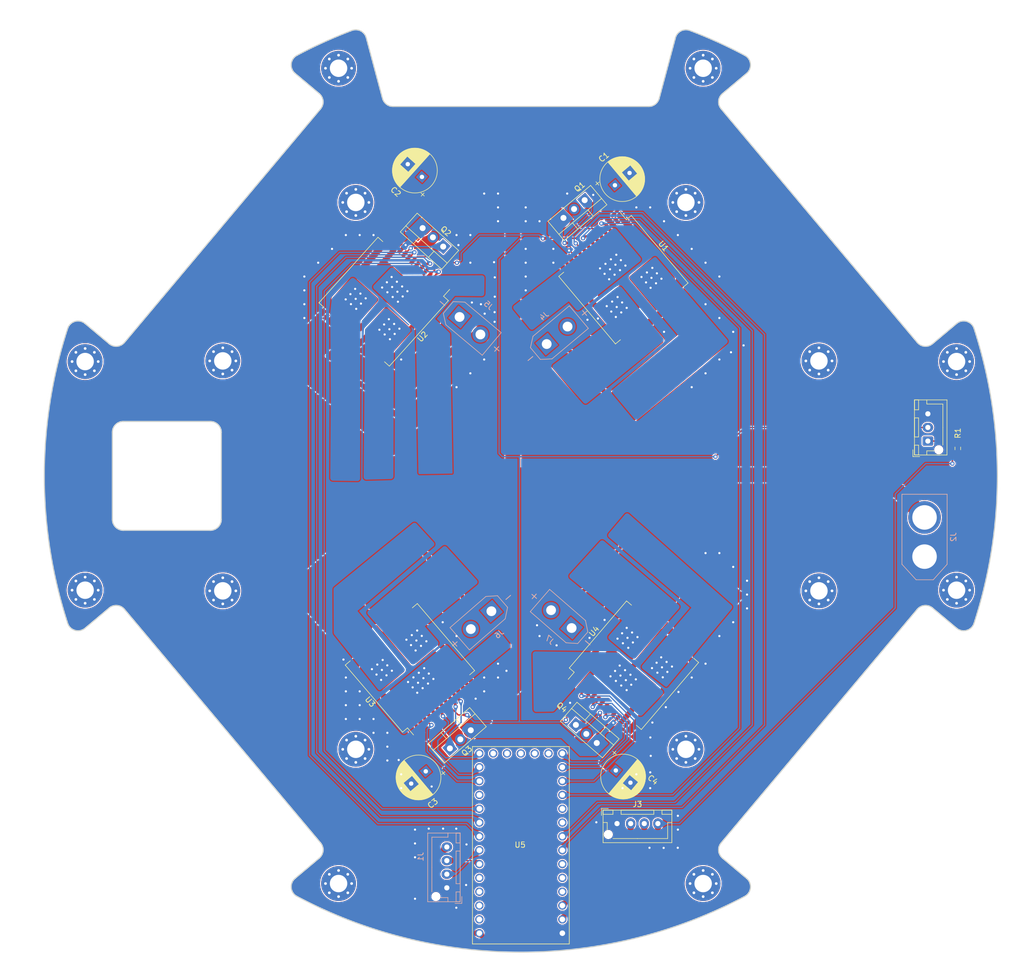
<source format=kicad_pcb>
(kicad_pcb (version 20240108) (generator "pcbnew") (generator_version "8.0")
  (layers (0 "F.Cu" signal) (31 "B.Cu" signal) (34 "B.Paste" user) (35 "F.Paste" user) (36 "B.SilkS" user "B.Silkscreen") (37 "F.SilkS" user "F.Silkscreen") (38 "B.Mask" user) (39 "F.Mask" user) (44 "Edge.Cuts" user))
  (net 0 "")
  (net 1 "GND")
  (net 2 "+5V")
  (net 3 "/TXL1")
  (net 4 "/RXL1")
  (net 5 "+12V")
  (net 6 "/TXL3")
  (net 7 "/RXL3")
  (net 8 "Net-(Q1-D)")
  (net 9 "Net-(J5-Pin_2)")
  (net 10 "Net-(J5-Pin_1)")
  (net 19 "Net-(J4-Pin_1)")
  (net 22 "Net-(J4-Pin_2)")
  (net 30 "Net-(J6-Pin_1)")
  (net 31 "Net-(J6-Pin_2)")
  (net 39 "Net-(J7-Pin_1)")
  (net 43 "Net-(J7-Pin_2)")
  (net 49 "Net-(Q2-D)")
  (net 203 "PWM_1")
  (net 204 "INA_2")
  (net 205 "INB_2")
  (net 206 "PWM_2")
  (net 207 "INA_1")
  (net 208 "INB_1")
  (net 209 "INA_3")
  (net 210 "INB_3")
  (net 211 "PWM_3")
  (net 212 "INA_4")
  (net 213 "INB_4")
  (net 214 "PWM_4")
  (net 215 "Net-(Q3-D)")
  (net 216 "Net-(Q4-D)")
  (net 217 "/Motor Driver/CP2")
  (net 218 "/Motor Driver/CP3")
  (net 219 "/Motor Driver/CP4")
  (net 220 "/Motor Driver/MD")
  (net 222 "/Motor Driver/CP1")
  (net 223 "Net-(SW1-A)")
  (footprint "Package_TO_SOT_THT:TO-220-3_Vertical" (layer "F.Cu") (at 121.485754 51.67732 -140)
    (property "Reference" "Q1")
    (property "Value" "IRF540N")
  )
  (footprint "Board:VNH5019A-E_SO-30" (layer "F.Cu") (at 130.535233 137.110257 49.5)
    (property "Reference" "U4")
    (property "Value" "VNH5019A-E")
  )
  (footprint "Capacitor_THT:CP_Radial_D8.0mm_P3.50mm" (layer "F.Cu") (at 127.208844 156.440243 -40)
    (property "Reference" "C4")
    (property "Value" "680uF")
  )
  (footprint "MountingHole:MountingHole_3.2mm_M3_Pad_Via" (layer "F.Cu") (at 189.771569 123.326868)
    (property "Reference" "H6" (hide yes))
    (property "Value" "MountingHole_Pad")
  )
  (footprint "Package_TO_SOT_THT:TO-220-3_Vertical" (layer "F.Cu") (at 96.74 152.39 41)
    (property "Reference" "Q3")
    (property "Value" "IRF540N")
  )
  (footprint "Package_TO_SOT_THT:TO-220-3_Vertical" (layer "F.Cu") (at 119.873063 148.066811 -41)
    (property "Reference" "Q4")
    (property "Value" "IRF540N")
  )
  (footprint "MountingHole:MountingHole_3.2mm_M3_Pad_Via" (layer "F.Cu") (at 55.043138 81.207)
    (property "Reference" "H15" (hide yes))
    (property "Value" "MountingHole_Pad")
  )
  (footprint "MountingHole:MountingHole_3.2mm_M3_Pad_Via" (layer "F.Cu") (at 164.5 123.446736)
    (property "Reference" "H7" (hide yes))
    (property "Value" "MountingHole_Pad")
  )
  (footprint "Capacitor_THT:CP_Radial_D8.0mm_P3.50mm" (layer "F.Cu") (at 91.610504 47.408154 138)
    (property "Reference" "C2")
    (property "Value" "680uF")
  )
  (footprint "MountingHole:MountingHole_3.2mm_M3_Pad_Via" (layer "F.Cu") (at 29.771569 81.326868)
    (property "Reference" "H14" (hide yes))
    (property "Value" "MountingHole_Pad")
  )
  (footprint "MountingHole:MountingHole_3.2mm_M3_Pad_Via" (layer "F.Cu") (at 164.5 81.207)
    (property "Reference" "H4" (hide yes))
    (property "Value" "MountingHole_Pad")
  )
  (footprint "MountingHole:MountingHole_3.2mm_M3_Pad_Via" (layer "F.Cu") (at 143.241569 177.216868)
    (property "Reference" "H9" (hide yes))
    (property "Value" "MountingHole_Pad")
  )
  (footprint "MountingHole:MountingHole_3.2mm_M3_Pad_Via" (layer "F.Cu") (at 76.301569 177.216868)
    (property "Reference" "H10" (hide yes))
    (property "Value" "MountingHole_Pad")
  )
  (footprint "Board:VNH5019A-E_SO-30" (layer "F.Cu") (at 89.405005 137.59295 130.5)
    (property "Reference" "U3")
    (property "Value" "VNH5019A-E")
  )
  (footprint "MountingHole:MountingHole_3.2mm_M3_Pad_Via" (layer "F.Cu") (at 143.241569 27.446868)
    (property "Reference" "H2" (hide yes))
    (property "Value" "MountingHole_Pad")
  )
  (footprint "MountingHole:MountingHole_3.2mm_M3_Pad_Via" (layer "F.Cu") (at 76.301569 27.446868)
    (property "Reference" "H1" (hide yes))
    (property "Value" "MountingHole_Pad")
  )
  (footprint "Board:VNH5019A-E_SO-30" (layer "F.Cu") (at 128.599685 66.29379 -50)
    (property "Reference" "U1")
    (property "Value" "VNH5019A-E")
  )
  (footprint "Capacitor_THT:CP_Radial_D8.0mm_P3.50mm" (layer "F.Cu") (at 127.044961 48.934877 40)
    (property "Reference" "C1")
    (property "Value" "680uF")
  )
  (footprint "MountingHole:MountingHole_3.2mm_M3_Pad_Via" (layer "F.Cu") (at 140.074071 52.097311)
    (property "Reference" "H3" (hide yes))
    (property "Value" "MountingHole_Pad")
  )
  (footprint "Package_TO_SOT_THT:TO-220-3_Vertical" (layer "F.Cu") (at 95.509367 60.210425 138)
    (property "Reference" "Q2")
    (property "Value" "IRF540N")
  )
  (footprint "MountingHole:MountingHole_3.2mm_M3_Pad_Via" (layer "F.Cu") (at 79.469067 52.097311)
    (property "Reference" "H16" (hide yes))
    (property "Value" "MountingHole_Pad")
  )
  (footprint "Board:VNH5019A-E_SO-30" (layer "F.Cu") (at 84.581039 70.332066 -132)
    (property "Reference" "U2")
    (property "Value" "VNH5019A-E")
  )
  (footprint "Connector_JST:JST_XH_B3B-XH-AM_1x03_P2.50mm_Vertical" (layer "F.Cu") (at 184.5 95.932 90)
    (property "Reference" "SW1" (hide yes))
    (property "Value" "SW_SPDT")
  )
  (footprint "MountingHole:MountingHole_3.2mm_M3_Pad_Via" (layer "F.Cu") (at 140.074071 152.556425)
    (property "Reference" "H8" (hide yes))
    (property "Value" "MountingHole_Pad")
  )
  (footprint "MountingHole:MountingHole_3.2mm_M3_Pad_Via" (layer "F.Cu") (at 189.771569 81.326868)
    (property "Reference" "H5" (hide yes))
    (property "Value" "MountingHole_Pad")
  )
  (footprint "Board:MODULE_DEV-15583" (layer "F.Cu") (at 109.771569 169.826868 180)
    (property "Reference" "U5")
    (property "Value" "DEV-15583")
  )
  (footprint "Capacitor_THT:CP_Radial_D8.0mm_P3.50mm" (layer "F.Cu") (at 92.31504 156.605122 -140)
    (property "Reference" "C3")
    (property "Value" "680uF")
  )
  (footprint "MountingHole:MountingHole_3.2mm_M3_Pad_Via" (layer "F.Cu") (at 79.469067 152.556425)
    (property "Reference" "H11" (hide yes))
    (property "Value" "MountingHole_Pad")
  )
  (footprint "MountingHole:MountingHole_3.2mm_M3_Pad_Via" (layer "F.Cu") (at 29.771569 123.326868)
    (property "Reference" "H13" (hide yes))
    (property "Value" "MountingHole_Pad")
  )
  (footprint "MountingHole:MountingHole_3.2mm_M3_Pad_Via" (layer "F.Cu") (at 55.043138 123.446736)
    (property "Reference" "H12" (hide yes))
    (property "Value" "MountingHole_Pad" (hide yes))
  )
  (footprint "Connector_JST:JST_XH_B4B-XH-AM_1x04_P2.50mm_Vertical" (layer "F.Cu") (at 127.43 166.2)
    (property "Reference" "J3")
    (property "Value" "Conn_01x04")
  )
  (footprint "Resistor_SMD:R_0603_1608Metric_Pad0.98x0.95mm_HandSolder" (layer "F.Cu") (at 190 97.282 -90)
    (property "Reference" "R1")
    (property "Value" "3.3k")
  )
  (footprint "Connector_AMASS:AMASS_XT30UPB-F_1x02_P5.0mm_Vertical" (layer "B.Cu") (at 104.363213 127.189291 -139)
    (property "Reference" "J6")
    (property "Value" "Conn_01x02")
  )
  (footprint "Connector_AMASS:AMASS_XT60-M_1x02_P7.20mm_Vertical" (layer "B.Cu") (at 183.89 117.16 90)
    (property "Reference" "J2")
    (property "Value" "Conn_01x02")
  )
  (footprint "Connector_JST:JST_XH_B4B-XH-AM_1x04_P2.50mm_Vertical" (layer "B.Cu") (at 96.18 178 90)
    (property "Reference" "J1")
    (property "Value" "Conn_01x04")
  )
  (footprint "Connector_AMASS:AMASS_XT30UPB-F_1x02_P5.0mm_Vertical" (layer "B.Cu") (at 119.093547 130.280294 139)
    (property "Reference" "J7")
    (property "Value" "Conn_01x02")
  )
  (footprint "Connector_AMASS:AMASS_XT30UPB-F_1x02_P5.0mm_Vertical" (layer "B.Cu") (at 98.517076 73.135103 -40)
    (property "Reference" "J5")
    (property "Value" "Conn_01x02")
  )
  (footprint "Connector_AMASS:AMASS_XT30UPB-F_1x02_P5.0mm_Vertical" (layer "B.Cu") (at 114.516129 78.111297 40)
    (property "Reference" "J4")
    (property "Value" "Conn_01x02")
  )
  (gr_arc (start 182.541813 126.836919) (mid 183.899583 126.130118) (end 185.359464 126.590423) (stroke (width 0.2)) (layer "Edge.Cuts"))
  (gr_arc (start 52.771569 92.326866) (mid 54.185783 92.912652) (end 54.771569 94.326866) (stroke (width 0.2)) (layer "Edge.Cuts"))
  (gr_arc (start 189.791718 74.344205) (mid 191.628204 73.953684) (end 192.979164 75.257583) (stroke (width 0.2)) (layer "Edge.Cuts"))
  (gr_arc (start 26.563973 75.257583) (mid 27.909575 73.955194) (end 29.742889 74.33705) (stroke (width 0.2)) (layer "Edge.Cuts"))
  (gr_arc (start 26.563973 129.396147) (mid 22.271569 102.326865) (end 26.563973 75.257583) (stroke (width 0.2)) (layer "Edge.Cuts"))
  (gr_arc (start 34.771569 94.326866) (mid 35.357355 92.912652) (end 36.771569 92.326866) (stroke (width 0.2)) (layer "Edge.Cuts"))
  (gr_line (start 185.359464 126.590423) (end 189.791751 130.309553) (stroke (width 0.2)) (layer "Edge.Cuts"))
  (gr_line (start 68.318694 28.381557) (end 72.751014 32.100712) (stroke (width 0.2)) (layer "Edge.Cuts"))
  (gr_line (start 133.236915 34.474316) (end 86.306368 34.474316) (stroke (width 0.2)) (layer "Edge.Cuts"))
  (gr_line (start 138.150889 21.86252) (end 135.168739 32.992056) (stroke (width 0.2)) (layer "Edge.Cuts"))
  (gr_arc (start 34.183708 126.590394) (mid 35.648143 126.130504) (end 37.007215 126.84394) (stroke (width 0.2)) (layer "Edge.Cuts"))
  (gr_arc (start 36.771568 112.326866) (mid 35.357355 111.741079) (end 34.771568 110.326866) (stroke (width 0.2)) (layer "Edge.Cuts"))
  (gr_arc (start 72.997392 169.735362) (mid 73.457725 171.19528) (end 72.750872 172.553088) (stroke (width 0.2)) (layer "Edge.Cuts"))
  (gr_arc (start 68.318694 28.381557) (mid 67.615186 26.640773) (end 68.664682 25.083913) (stroke (width 0.2)) (layer "Edge.Cuts"))
  (gr_line (start 52.771569 112.326866) (end 36.771568 112.326866) (stroke (width 0.2)) (layer "Edge.Cuts"))
  (gr_arc (start 192.979164 75.257583) (mid 197.271569 102.326865) (end 192.979164 129.396147) (stroke (width 0.2)) (layer "Edge.Cuts"))
  (gr_arc (start 150.878456 25.083913) (mid 151.927952 26.640773) (end 151.224444 28.381557) (stroke (width 0.2)) (layer "Edge.Cuts"))
  (gr_arc (start 37.001323 77.816813) (mid 35.643555 78.523613) (end 34.183674 78.063311) (stroke (width 0.2)) (layer "Edge.Cuts"))
  (gr_arc (start 135.168739 32.992056) (mid 134.454416 34.061071) (end 133.236915 34.474316) (stroke (width 0.2)) (layer "Edge.Cuts"))
  (gr_arc (start 146.545727 34.918347) (mid 146.085414 33.458419) (end 146.79225 32.100606) (stroke (width 0.2)) (layer "Edge.Cuts"))
  (gr_line (start 72.750897 172.553117) (end 68.318694 176.272177) (stroke (width 0.2)) (layer "Edge.Cuts"))
  (gr_line (start 34.183674 78.063311) (end 29.742889 74.33705) (stroke (width 0.2)) (layer "Edge.Cuts"))
  (gr_line (start 189.791718 74.344205) (end 185.35943 78.063338) (stroke (width 0.2)) (layer "Edge.Cuts"))
  (gr_arc (start 86.306368 34.474316) (mid 85.088727 34.061022) (end 84.374372 32.991844) (stroke (width 0.2)) (layer "Edge.Cuts"))
  (gr_arc (start 140.791785 20.510022) (mid 145.90756 22.637219) (end 150.878456 25.083913) (stroke (width 0.2)) (layer "Edge.Cuts"))
  (gr_line (start 29.75142 130.309526) (end 34.183708 126.590394) (stroke (width 0.2)) (layer "Edge.Cuts"))
  (gr_line (start 146.554885 169.72447) (end 182.541813 126.836919) (stroke (width 0.2)) (layer "Edge.Cuts"))
  (gr_arc (start 68.664682 25.083913) (mid 73.635578 22.637218) (end 78.751353 20.510022) (stroke (width 0.2)) (layer "Edge.Cuts"))
  (gr_arc (start 151.224444 176.272177) (mid 151.92795 178.01296) (end 150.878456 179.569821) (stroke (width 0.2)) (layer "Edge.Cuts"))
  (gr_arc (start 78.751353 20.510022) (mid 80.369695 20.598799) (end 81.390879 21.857409) (stroke (width 0.2)) (layer "Edge.Cuts"))
  (gr_arc (start 138.150889 21.86252) (mid 139.17109 20.600009) (end 140.791785 20.510022) (stroke (width 0.2)) (layer "Edge.Cuts"))
  (gr_line (start 72.987353 34.930334) (end 37.001323 77.816813) (stroke (width 0.2)) (layer "Edge.Cuts"))
  (gr_arc (start 150.878456 179.569821) (mid 109.771569 189.826867) (end 68.664682 179.569821) (stroke (width 0.2)) (layer "Edge.Cuts"))
  (gr_arc (start 72.751014 32.100712) (mid 73.458448 33.466304) (end 72.987353 34.930334) (stroke (width 0.2)) (layer "Edge.Cuts"))
  (gr_line (start 151.224444 176.272177) (end 146.792183 172.553068) (stroke (width 0.2)) (layer "Edge.Cuts"))
  (gr_arc (start 192.979164 129.396147) (mid 191.628243 130.700067) (end 189.791751 130.309553) (stroke (width 0.2)) (layer "Edge.Cuts"))
  (gr_line (start 34.771568 110.326866) (end 34.771569 94.326866) (stroke (width 0.2)) (layer "Edge.Cuts"))
  (gr_line (start 146.79225 32.100606) (end 151.224444 28.381557) (stroke (width 0.2)) (layer "Edge.Cuts"))
  (gr_line (start 84.374343 32.991851) (end 81.390879 21.857409) (stroke (width 0.2)) (layer "Edge.Cuts"))
  (gr_arc (start 29.75142 130.309526) (mid 27.914933 130.700047) (end 26.563973 129.396147) (stroke (width 0.2)) (layer "Edge.Cuts"))
  (gr_line (start 36.771569 92.326866) (end 52.771569 92.326866) (stroke (width 0.2)) (layer "Edge.Cuts"))
  (gr_arc (start 185.35943 78.063338) (mid 183.894782 78.52321) (end 182.535649 77.809466) (stroke (width 0.2)) (layer "Edge.Cuts"))
  (gr_line (start 54.771569 94.326866) (end 54.771569 110.326866) (stroke (width 0.2)) (layer "Edge.Cuts"))
  (gr_line (start 182.535649 77.809466) (end 146.545727 34.918347) (stroke (width 0.2)) (layer "Edge.Cuts"))
  (gr_arc (start 146.792183 172.553068) (mid 146.084788 171.188163) (end 146.554885 169.72447) (stroke (width 0.2)) (layer "Edge.Cuts"))
  (gr_line (start 37.007215 126.84394) (end 72.997392 169.735362) (stroke (width 0.2)) (layer "Edge.Cuts"))
  (gr_arc (start 68.664682 179.569821) (mid 67.615184 178.012961) (end 68.318694 176.272177) (stroke (width 0.2)) (layer "Edge.Cuts"))
  (gr_arc (start 54.771569 110.326866) (mid 54.185783 111.74108) (end 52.771569 112.326866) (stroke (width 0.2)) (layer "Edge.Cuts"))
  (via (at 136.39 144.82) (size 0.8) (drill 0.4) (layers "F.Cu" "B.Cu") (net 1))
  (via (at 93.39 159.39) (size 0.8) (drill 0.4) (layers "F.Cu" "B.Cu") (net 1))
  (via (at 150.665 78.36) (size 0.8) (drill 0.4) (layers "F.Cu" "B.Cu") (net 1))
  (via (at 123.06 50.71) (size 0.8) (drill 0.4) (layers "F.Cu" "B.Cu") (net 1))
  (via (at 80.18 144.45) (size 0.8) (drill 0.4) (layers "F.Cu" "B.Cu") (net 1))
  (via (at 103.04 141.91) (size 0.8) (drill 0.4) (layers "F.Cu" "B.Cu") (net 1))
  (via (at 95.42 129.21) (size 0.8) (drill 0.4) (layers "F.Cu" "B.Cu") (net 1))
  (via (at 105.58 136.83) (size 0.8) (drill 0.4) (layers "F.Cu" "B.Cu") (net 1))
  (via (at 80.18 141.91) (size 0.8) (drill 0.4) (layers "F.Cu" "B.Cu") (net 1))
  (via (at 77.64 139.37) (size 0.8) (drill 0.4) (layers "F.Cu" "B.Cu") (net 1))
  (via (at 82.72 149.53) (size 0.8) (drill 0.4) (layers "F.Cu" "B.Cu") (net 1))
  (via (at 77.64 141.91) (size 0.8) (drill 0.4) (layers "F.Cu" "B.Cu") (net 1))
  (via (at 133.55 150.38) (size 0.8) (drill 0.4) (layers "F.Cu" "B.Cu") (net 1))
  (via (at 82.72 58.09) (size 0.8) (drill 0.4) (layers "F.Cu" "B.Cu") (net 1))
  (via (at 141.14 60.63) (size 0.8) (drill 0.4) (layers "F.Cu" "B.Cu") (net 1))
  (via (at 110.66 55.55) (size 0.8) (drill 0.4) (layers "F.Cu" "B.Cu") (net 1))
  (via (at 70.02 73.33) (size 0.8) (drill 0.4) (layers "F.Cu" "B.Cu") (net 1))
  (via (at 143.68 63.17) (size 0.8) (drill 0.4) (layers "F.Cu" "B.Cu") (net 1))
  (via (at 103.13 72.53) (size 0.8) (drill 0.4) (layers "F.Cu" "B.Cu") (net 1))
  (via (at 80.18 146.99) (size 0.8) (drill 0.4) (layers "F.Cu" "B.Cu") (net 1))
  (via (at 103.04 80.95) (size 0.8) (drill 0.4) (layers "F.Cu" "B.Cu") (net 1))
  (via (at 104.85 63.07) (size 0.8) (drill 0.4) (layers "F.Cu" "B.Cu") (net 1))
  (via (at 141.14 139.37) (size 0.8) (drill 0.4) (layers "F.Cu" "B.Cu") (net 1))
  (via (at 130.98 157.15) (size 0.8) (drill 0.4) (layers "F.Cu" "B.Cu") (net 1))
  (via (at 146.22 73.33) (size 0.8) (drill 0.4) (layers "F.Cu" "B.Cu") (net 1))
  (via (at 133.62 153.76) (size 0.8) (drill 0.4) (layers "F.Cu" "B.Cu") (net 1))
  (via (at 70.02 68.25) (size 0.8) (drill 0.4) (layers "F.Cu" "B.Cu") (net 1))
  (via (at 125.14 128.79) (size 0.8) (drill 0.4) (layers "F.Cu" "B.Cu") (net 1))
  (via (at 90.34 169.85) (size 0.8) (drill 0.4) (layers "F.Cu" "B.Cu") (net 1))
  (via (at 133.92 147.64) (size 0.8) (drill 0.4) (layers "F.Cu" "B.Cu") (net 1))
  (via (at 146.22 131.75) (size 0.8) (drill 0.4) (layers "F.Cu" "B.Cu") (net 1))
  (via (at 70.02 65.71) (size 0.8) (drill 0.4) (layers "F.Cu" "B.Cu") (net 1))
  (via (at 148.35 79.62) (size 0.8) (drill 0.4) (layers "F.Cu" "B.Cu") (net 1))
  (via (at 151.3 124.13) (size 0.8) (drill 0.4) (layers "F.Cu" "B.Cu") (net 1))
  (via (at 97.91 167.14) (size 0.8) (drill 0.4) (layers "F.Cu" "B.Cu") (net 1))
  (via (at 133.53 156.79) (size 0.8) (drill 0.4) (layers "F.Cu" "B.Cu") (net 1))
  (via (at 97.96 58.09) (size 0.8) (drill 0.4) (layers "F.Cu" "B.Cu") (net 1))
  (via (at 97.92 181.66) (size 0.8) (drill 0.4) (layers "F.Cu" "B.Cu") (net 1))
  (via (at 133.52 53.01) (size 0.8) (drill 0.4) (layers "F.Cu" "B.Cu") (net 1))
  (via (at 99.72 177.48) (size 0.8) (drill 0.4) (layers "F.Cu" "B.Cu") (net 1))
  (via (at 138.6 164.77) (size 0.8) (drill 0.4) (layers "F.Cu" "B.Cu") (net 1))
  (via (at 110.66 65.71) (size 0.8) (drill 0.4) (layers "F.Cu" "B.Cu") (net 1))
  (via (at 87.8 159.69) (size 0.8) (drill 0.4) (layers "F.Cu" "B.Cu") (net 1))
  (via (at 141.14 86.03) (size 0.8) (drill 0.4) (layers "F.Cu" "B.Cu") (net 1))
  (via (at 138.58 170.65) (size 0.8) (drill 0.4) (layers "F.Cu" "B.Cu") (net 1))
  (via (at 77.2 136.07) (size 0.8) (drill 0.4) (layers "F.Cu" "B.Cu") (net 1))
  (via (at 143.68 116.51) (size 0.8) (drill 0.4) (layers "F.Cu" "B.Cu") (net 1))
  (via (at 103.04 139.37) (size 0.8) (drill 0.4) (layers "F.Cu" "B.Cu") (net 1))
  (via (at 138.71 142.02) (size 0.8) (drill 0.4) (layers "F.Cu" "B.Cu") (net 1))
  (via (at 151.3 126.67) (size 0.8) (drill 0.4) (layers "F.Cu" "B.Cu") (net 1))
  (via (at 100.78 70.48) (size 0.8) (drill 0.4) (layers "F.Cu" "B.Cu") (net 1))
  (via (at 105.58 50.47) (size 0.8) (drill 0.4) (layers "F.Cu" "B.Cu") (net 1))
  (via (at 113.2 55.55) (size 0.8) (drill 0.4) (layers "F.Cu" "B.Cu") (net 1))
  (via (at 115.74 63.17) (size 0.8) (drill 0.4) (layers "F.Cu" "B.Cu") (net 1))
  (via (at 87.34 154.52) (size 0.8) (drill 0.4) (layers "F.Cu" "B.Cu") (net 1))
  (via (at 100.5 58.09) (size 0.8) (drill 0.4) (layers "F.Cu" "B.Cu") (net 1))
  (via (at 77.64 144.45) (size 0.8) (drill 0.4) (layers "F.Cu" "B.Cu") (net 1))
  (via (at 133.39 170.65) (size 0.8) (drill 0.4) (layers "F.Cu" "B.Cu") (net 1))
  (via (at 87.8 80.95) (size 0.8) (drill 0.4) (layers "F.Cu" "B.Cu") (net 1))
  (via (at 87.8 157.15) (size 0.8) (drill 0.4) (layers "F.Cu" "B.Cu") (net 1))
  (via (at 110.66 60.63) (size 0.8) (drill 0.4) (layers "F.Cu" "B.Cu") (net 1))
  (via (at 100.5 63.17) (size 0.8) (drill 0.4) (layers "F.Cu" "B.Cu") (net 1))
  (via (at 138.6 58.09) (size 0.8) (drill 0.4) (layers "F.Cu" "B.Cu") (net 1))
  (via (at 92.86 167.13) (size 0.8) (drill 0.4) (layers "F.Cu" "B.Cu") (net 1))
  (via (at 143.68 83.49) (size 0.8) (drill 0.4) (layers "F.Cu" "B.Cu") (net 1))
  (via (at 72.56 63.17) (size 0.8) (drill 0.4) (layers "F.Cu" "B.Cu") (net 1))
  (via (at 102.44 70.8) (size 0.8) (drill 0.4) (layers "F.Cu" "B.Cu") (net 1))
  (via (at 110.66 53.01) (size 0.8) (drill 0.4) (layers "F.Cu" "B.Cu") (net 1))
  (via (at 136.06 75.87) (size 0.8) (drill 0.4) (layers "F.Cu" "B.Cu") (net 1))
  (via (at 107.13 138.14) (size 0.8) (drill 0.4) (layers "F.Cu" "B.Cu") (net 1))
  (via (at 116.33 133.46) (size 0.8) (drill 0.4) (layers "F.Cu" "B.Cu") (net 1))
  (via (at 146.22 65.71) (size 0.8) (drill 0.4) (layers "F.Cu" "B.Cu") (net 1))
  (via (at 75.1 60.63) (size 0.8) (drill 0.4) (layers "F.Cu" "B.Cu") (net 1))
  (via (at 110.66 63.17) (size 0.8) (drill 0.4) (layers "F.Cu" "B.Cu") (net 1))
  (via (at 122 73.65) (size 0.8) (drill 0.4) (layers "F.Cu" "B.Cu") (net 1))
  (via (at 136.06 55.55) (size 0.8) (drill 0.4) (layers "F.Cu" "B.Cu") (net 1))
  (via (at 85.26 149.53) (size 0.8) (drill 0.4) (layers "F.Cu" "B.Cu") (net 1))
  (via (at 104.95 74.03) (size 0.8) (drill 0.4) (layers "F.Cu" "B.Cu") (net 1))
  (via (at 133.52 159.69) (size 0.8) (drill 0.4) (layers "F.Cu" "B.Cu") (net 1))
  (via (at 146.22 80.95) (size 0.8) (drill 0.4) (layers "F.Cu" "B.Cu") (net 1))
  (via (at 115.74 60.63) (size 0.8) (drill 0.4) (layers "F.Cu" "B.Cu") (net 1))
  (via (at 90.34 180.01) (size 0.8) (drill 0.4) (layers "F.Cu" "B.Cu") (net 1))
  (via (at 148.76 119.05) (size 0.8) (drill 0.4) (layers "F.Cu" "B.Cu") (net 1))
  (via (at 123.92 73.42) (size 0.8) (drill 0.4) (layers "F.Cu" "B.Cu") (net 1))
  (via (at 97.96 86.03) (size 0.8) (drill 0.4) (layers "F.Cu" "B.Cu") (net 1))
  (via (at 80.18 58.09) (size 0.8) (drill 0.4) (layers "F.Cu" "B.Cu") (net 1))
  (via (at 90.34 167.31) (size 0.8) (drill 0.4) (layers "F.Cu" "B.Cu") (net 1))
  (via (at 143.68 136.83) (size 0.8) (drill 0.4) (layers "F.Cu" "B.Cu") (net 1))
  (via (at 123.63 165.96) (size 0.8) (drill 0.4) (layers "F.Cu" "B.Cu") (net 1))
  (via (at 82.72 146.99) (size 0.8) (drill 0.4) (layers "F.Cu" "B.Cu") (net 1))
  (via (at 146.22 116.51) (size 0.8) (drill 0.4) (layers "F.Cu" "B.Cu") (net 1))
  (via (at 135.99 170.67) (size 0.8) (drill 0.4) (layers "F.Cu" "B.Cu") (net 1))
  (via (at 77.64 146.99) (size 0.8) (drill 0.4) (layers "F.Cu" "B.Cu") (net 1))
  (via (at 113.2 131.75) (size 0.8) (drill 0.4) (layers "F.Cu" "B.Cu") (net 1))
  (via (at 105.58 139.37) (size 0.8) (drill 0.4) (layers "F.Cu" "B.Cu") (net 1))
  (via (at 112.74 129.77) (size 0.8) (drill 0.4) (layers "F.Cu" "B.Cu") (net 1))
  (via (at 98.31 59.93) (size 0.8) (drill 0.4) (layers "F.Cu" "B.Cu") (net 1))
  (via (at 101.47 143.26) (size 0.8) (drill 0.4) (layers "F.Cu" "B.Cu") (net 1))
  (via (at 90.34 172.39) (size 0.8) (drill 0.4) (layers "F.Cu" "B.Cu") (net 1))
  (via (at 104.95 72.25) (size 0.8) (drill 0.4) (layers "F.Cu" "B.Cu") (net 1))
  (via (at 138.6 167.31) (size 0.8) (drill 0.4) (layers "F.Cu" "B.Cu") (net 1))
  (via (at 85.26 152.07) (size 0.8) (drill 0.4) (layers "F.Cu" "B.Cu") (net 1))
  (via (at 103.04 50.47) (size 0.8) (drill 0.4) (layers "F.Cu" "B.Cu") (net 1))
  (via (at 148.76 75.87) (size 0.8) (drill 0.4) (layers "F.Cu" "B.Cu") (net 1))
  (via (at 85.26 154.61) (size 0.8) (drill 0.4) (layers "F.Cu" "B.Cu") (net 1))
  (via (at 104.98 65.86) (size 0.8) (drill 0.4) (layers "F.Cu" "B.Cu") (net 1))
  (via (at 105.58 53.01) (size 0.8) (drill 0.4) (layers "F.Cu" "B.Cu") (net 1))
  (via (at 151.3 121.59) (size 0.8) (drill 0.4) (layers "F.Cu" "B.Cu") (net 1))
  (via (at 104.98 69.41) (size 0.8) (drill 0.4) (layers "F.Cu" "B.Cu") (net 1))
  (via (at 128.44 159.69) (size 0.8) (drill 0.4) (layers "F.Cu" "B.Cu") (net 1))
  (via (at 143.68 70.79) (size 0.8) (drill 0.4) (layers "F.Cu" "B.Cu") (net 1))
  (via (at 148.76 129.21) (size 0.8) (drill 0.4) (layers "F.Cu" "B.Cu") (net 1))
  (via (at 97.96 131.75) (size 0.8) (drill 0.4) (layers "F.Cu" "B.Cu") (net 1))
  (via (at 110.66 68.25) (size 0.8) (drill 0.4) (layers "F.Cu" "B.Cu") (net 1))
  (via (at 130.98 53.01) (size 0.8) (drill 0.4) (layers "F.Cu" "B.Cu") (net 1))
  (via (at 95.5 167.13) (size 0.8) (drill 0.4) (layers "F.Cu" "B.Cu") (net 1))
  (via (at 105.58 55.55) (size 0.8) (drill 0.4) (layers "F.Cu" "B.Cu") (net 1))
  (via (at 118.81 144.02) (size 0.8) (drill 0.4) (layers "F.Cu" "B.Cu") (net 1))
  (via (at 122.38 132.09) (size 0.8) (drill 0.4) (layers "F.Cu" "B.Cu") (net 1))
  (via (at 99.79 170.03) (size 0.8) (drill 0.4) (layers "F.Cu" "B.Cu") (net 1))
  (via (at 70.02 70.79) (size 0.8) (drill 0.4) (layers "F.Cu" "B.Cu") (net 1))
  (via (at 77.64 58.09) (size 0.8) (drill 0.4) (layers "F.Cu" "B.Cu") (net 1))
  (via (at 100.5 83.49) (size 0.8) (drill 0.4) (layers "F.Cu" "B.Cu") (net 1))
  (via (at 118.28 50.47) (size 0.8) (drill 0.4) (layers "F.Cu" "B.Cu") (net 1))
  (segment (start 134.93 171.14) (end 118.48 187.59) (width 0.25) (layer "F.Cu") (net 2))
  (segment (start 134.93 166.2) (end 134.93 171.14) (width 0.25) (layer "F.Cu") (net 2))
  (segment (start 189 99.1945) (end 190 98.1945) (width 0.25) (layer "F.Cu") (net 2))
  (segment (start 91.06 178.07) (end 99.326868 186.336868) (width 0.25) (layer "F.Cu") (net 2))
  (segment (start 96.18 170.5) (end 91.06 175.62) (width 0.25) (layer "F.Cu") (net 2))
  (segment (start 103.404701 187.59) (end 102.151569 186.336868) (width 0.25) (layer "F.Cu") (net 2))
  (segment (start 118.48 187.59) (end 103.404701 187.59) (width 0.25) (layer "F.Cu") (net 2))
  (segment (start 189 100.076) (end 189 99.1945) (width 0.25) (layer "F.Cu") (net 2))
  (segment (start 91.06 175.62) (end 91.06 178.07) (width 0.25) (layer "F.Cu") (net 2))
  (segment (start 99.326868 186.336868) (end 102.151569 186.336868) (width 0.25) (layer "F.Cu") (net 2))
  (via (at 189 100.076) (size 0.8) (drill 0.4) (layers "F.Cu" "B.Cu") (net 2))
  (segment (start 134.93 166.2) (end 138.9 166.2) (width 0.25) (layer "B.Cu") (net 2))
  (segment (start 138.9 166.2) (end 178.5 126.6) (width 0.25) (layer "B.Cu") (net 2))
  (segment (start 178.5 105.664) (end 184.088 100.076) (width 0.25) (layer "B.Cu") (net 2))
  (segment (start 178.5 126.6) (end 178.5 105.664) (width 0.25) (layer "B.Cu") (net 2))
  (segment (start 184.088 100.076) (end 189 100.076) (width 0.25) (layer "B.Cu") (net 2))
  (segment (start 96.18 175.5) (end 97.748437 175.5) (width 0.25) (layer "B.Cu") (net 3))
  (segment (start 97.748437 175.5) (end 102.151569 171.096868) (width 0.25) (layer "B.Cu") (net 3))
  (segment (start 101.514701 173) (end 102.151569 173.636868) (width 0.25) (layer "F.Cu") (net 4))
  (segment (start 96.18 173) (end 101.514701 173) (width 0.25) (layer "F.Cu") (net 4))
  (segment (start 108.31 102.07) (end 108.31 48.989136) (width 2.75) (layer "F.Cu") (net 5))
  (segment (start 126.74 147.557398) (end 127.650644 146.646754) (width 0.25) (layer "F.Cu") (net 5))
  (segment (start 118.62 60.93) (end 118.725285 60.93) (width 0.25) (layer "F.Cu") (net 5))
  (segment (start 88.615315 59.919649) (end 88.615315 59.973308) (width 0.25) (layer "F.Cu") (net 5))
  (segment (start 108.39 102.15) (end 108.31 102.07) (width 2.75) (layer "F.Cu") (net 5))
  (segment (start 108.31 102.07) (end 109.47 103.23) (width 2.75) (layer "F.Cu") (net 5))
  (segment (start 108.31 48.989136) (end 107.38 48.059136) (width 2.75) (layer "F.Cu") (net 5))
  (segment (start 109.47 103.23) (end 109.47 140.161145) (width 2.75) (layer "F.Cu") (net 5))
  (segment (start 176.08 102.15) (end 108.39 102.15) (width 2.75) (layer "F.Cu") (net 5))
  (segment (start 88.615315 59.973308) (end 87.714276 60.874347) (width 0.25) (layer "F.Cu") (net 5))
  (segment (start 110.2 48.059136) (end 117.316555 55.175691) (width 2.75) (layer "F.Cu") (net 5))
  (segment (start 126.74 147.7) (end 126.74 147.557398) (width 0.25) (layer "F.Cu") (net 5))
  (segment (start 118.725285 60.93) (end 119.67007 61.874785) (width 0.25) (layer "F.Cu") (net 5))
  (segment (start 109.47 140.161145) (end 100.573924 149.057221) (width 2.75) (layer "F.Cu") (net 5))
  (segment (start 183.89 109.96) (end 176.08 102.15) (width 2.75) (layer "F.Cu") (net 5))
  (segment (start 107.38 48.059136) (end 100.486298 48.059136) (width 2.75) (layer "F.Cu") (net 5))
  (segment (start 110.2 48.059136) (end 107.38 48.059136) (width 2.75) (layer "F.Cu") (net 5))
  (segment (start 100.486298 48.059136) (end 91.734193 56.811241) (width 2.75) (layer "F.Cu") (net 5))
  (via (at 126.74 147.7) (size 0.8) (drill 0.4) (layers "F.Cu" "B.Cu") (net 5))
  (via (at 118.62 60.93) (size 0.8) (drill 0.4) (layers "F.Cu" "B.Cu") (net 5))
  (via (at 88.615315 59.919649) (size 0.8) (drill 0.4) (layers "F.Cu" "B.Cu") (net 5))
  (segment (start 129.93 166.2) (end 129.93 168.718437) (width 0.25) (layer "F.Cu") (net 6))
  (segment (start 129.93 168.718437) (end 117.391569 181.256868) (width 0.25) (layer "F.Cu") (net 6))
  (segment (start 117.391569 183.208431) (end 117.391569 183.796868) (width 0.25) (layer "F.Cu") (net 7))
  (segment (start 132.43 168.17) (end 117.391569 183.208431) (width 0.25) (layer "F.Cu") (net 7))
  (segment (start 132.43 166.2) (end 132.43 168.17) (width 0.25) (layer "F.Cu") (net 7))
  (segment (start 121.595872 58.249434) (end 123.08888 58.249434) (width 0.25) (layer "F.Cu") (net 203))
  (segment (start 123.08888 58.249434) (end 123.500293 58.660847) (width 0.25) (layer "F.Cu") (net 203))
  (segment (start 121.185306 58.66) (end 121.595872 58.249434) (width 0.25) (layer "F.Cu") (net 203))
  (via (at 121.185306 58.66) (size 0.8) (drill 0.4) (layers "F.Cu" "B.Cu") (net 203))
  (segment (start 138.06 162.31) (end 152.27 148.1) (width 0.25) (layer "B.Cu") (net 203))
  (segment (start 123.82 162.31) (end 138.06 162.31) (width 0.25) (layer "B.Cu") (net 203))
  (segment (start 117.391569 168.556868) (end 117.573132 168.556868) (width 0.25) (layer "B.Cu") (net 203))
  (segment (start 117.573132 168.556868) (end 123.82 162.31) (width 0.25) (layer "B.Cu") (net 203))
  (segment (start 152.27 148.1) (end 152.27 75.68) (width 0.25) (layer "B.Cu") (net 203))
  (segment (start 124.4 55.07) (end 121.185306 58.284694) (width 0.25) (layer "B.Cu") (net 203))
  (segment (start 121.185306 58.284694) (end 121.185306 58.66) (width 0.25) (layer "B.Cu") (net 203))
  (segment (start 152.27 75.68) (end 131.66 55.07) (width 0.25) (layer "B.Cu") (net 203))
  (segment (start 131.66 55.07) (end 124.4 55.07) (width 0.25) (layer "B.Cu") (net 203))
  (segment (start 93.659435 66.227392) (end 93.659435 65.860565) (width 0.25) (layer "F.Cu") (net 204))
  (segment (start 93.659435 65.860565) (end 94.69 64.83) (width 0.25) (layer "F.Cu") (net 204))
  (via (at 94.69 64.83) (size 0.8) (drill 0.4) (layers "F.Cu" "B.Cu") (net 204))
  (segment (start 102.151569 163.476868) (end 84.316868 163.476868) (width 0.25) (layer "B.Cu") (net 204))
  (segment (start 92.55 64.83) (end 94.69 64.83) (width 0.25) (layer "B.Cu") (net 204))
  (segment (start 84.316868 163.476868) (end 73.66 152.82) (width 0.25) (layer "B.Cu") (net 204))
  (segment (start 78.79 63.29) (end 91.01 63.29) (width 0.25) (layer "B.Cu") (net 204))
  (segment (start 91.01 63.29) (end 92.55 64.83) (width 0.25) (layer "B.Cu") (net 204))
  (segment (start 73.66 68.42) (end 78.79 63.29) (width 0.25) (layer "B.Cu") (net 204))
  (segment (start 73.66 152.82) (end 73.66 68.42) (width 0.25) (layer "B.Cu") (net 204))
  (segment (start 89.267392 62.212608) (end 90.22 61.26) (width 0.25) (layer "F.Cu") (net 205))
  (segment (start 89.200566 62.212608) (end 89.267392 62.212608) (width 0.25) (layer "F.Cu") (net 205))
  (via (at 90.22 61.26) (size 0.8) (drill 0.4) (layers "F.Cu" "B.Cu") (net 205))
  (segment (start 70.97 153.66) (end 70.97 66.76) (width 0.25) (layer "B.Cu") (net 205))
  (segment (start 76.47 61.26) (end 90.22 61.26) (width 0.25) (layer "B.Cu") (net 205))
  (segment (start 99.804701 166.21) (end 83.52 166.21) (width 0.25) (layer "B.Cu") (net 205))
  (segment (start 83.52 166.21) (end 70.97 153.66) (width 0.25) (layer "B.Cu") (net 205))
  (segment (start 70.97 66.76) (end 76.47 61.26) (width 0.25) (layer "B.Cu") (net 205))
  (segment (start 102.151569 168.556868) (end 99.804701 166.21) (width 0.25) (layer "B.Cu") (net 205))
  (segment (start 92.301107 63.348893) (end 93.11838 63.348893) (width 0.25) (layer "F.Cu") (net 206))
  (segment (start 91.43 64.22) (end 92.301107 63.348893) (width 0.25) (layer "F.Cu") (net 206))
  (via (at 93.11838 63.348893) (size 0.8) (drill 0.4) (layers "F.Cu" "B.Cu") (net 206))
  (segment (start 91.939487 62.17) (end 93.11838 63.348893) (width 0.25) (layer "B.Cu") (net 206))
  (segment (start 102.151569 166.016868) (end 101.06 164.925299) (width 0.25) (layer "B.Cu") (net 206))
  (segment (start 72.29 67.54) (end 77.66 62.17) (width 0.25) (layer "B.Cu") (net 206))
  (segment (start 72.29 153.18) (end 72.29 67.54) (width 0.25) (layer "B.Cu") (net 206))
  (segment (start 84.035299 164.925299) (end 72.29 153.18) (width 0.25) (layer "B.Cu") (net 206))
  (segment (start 101.06 164.925299) (end 84.035299 164.925299) (width 0.25) (layer "B.Cu") (net 206))
  (segment (start 77.66 62.17) (end 91.939487 62.17) (width 0.25) (layer "B.Cu") (net 206))
  (segment (start 125.028594 55.962653) (end 125.798426 56.732485) (width 0.25) (layer "F.Cu") (net 207))
  (segment (start 124.552653 55.962653) (end 125.028594 55.962653) (width 0.25) (layer "F.Cu") (net 207))
  (via (at 124.552653 55.962653) (size 0.8) (drill 0.4) (layers "F.Cu" "B.Cu") (net 207))
  (segment (start 137.673132 160.936868) (end 149.94 148.67) (width 0.25) (layer "B.Cu") (net 207))
  (segment (start 130.732653 55.962653) (end 124.552653 55.962653) (width 0.25) (layer "B.Cu") (net 207))
  (segment (start 117.391569 160.936868) (end 137.673132 160.936868) (width 0.25) (layer "B.Cu") (net 207))
  (segment (start 149.94 75.17) (end 130.732653 55.962653) (width 0.25) (layer "B.Cu") (net 207))
  (segment (start 149.94 148.67) (end 149.94 75.17) (width 0.25) (layer "B.Cu") (net 207))
  (segment (start 120.818631 60.589209) (end 121.202158 60.589209) (width 0.25) (layer "F.Cu") (net 208))
  (segment (start 119.839711 59.610289) (end 120.818631 60.589209) (width 0.25) (layer "F.Cu") (net 208))
  (via (at 119.839711 59.610289) (size 0.8) (drill 0.4) (layers "F.Cu" "B.Cu") (net 208))
  (segment (start 154.51 76.33) (end 154.51 148.1) (width 0.25) (layer "B.Cu") (net 208))
  (segment (start 132.13 53.95) (end 154.51 76.33) (width 0.25) (layer "B.Cu") (net 208))
  (segment (start 139.39 163.22) (end 124.63 163.22) (width 0.25) (layer "B.Cu") (net 208))
  (segment (start 119.553198 59.323776) (end 119.553198 58.433198) (width 0.25) (layer "B.Cu") (net 208))
  (segment (start 119.553198 58.433198) (end 124.036396 53.95) (width 0.25) (layer "B.Cu") (net 208))
  (segment (start 119.839711 59.610289) (end 119.553198 59.323776) (width 0.25) (layer "B.Cu") (net 208))
  (segment (start 154.51 148.1) (end 139.39 163.22) (width 0.25) (layer "B.Cu") (net 208))
  (segment (start 124.036396 53.95) (end 132.13 53.95) (width 0.25) (layer "B.Cu") (net 208))
  (segment (start 117.391569 170.458431) (end 117.391569 171.096868) (width 0.25) (layer "B.Cu") (net 208))
  (segment (start 124.63 163.22) (end 117.391569 170.458431) (width 0.25) (layer "B.Cu") (net 208))
  (segment (start 93.260147 148.1) (end 92.289594 147.129447) (width 0.25) (layer "F.Cu") (net 209))
  (segment (start 93.36 148.1) (end 93.260147 148.1) (width 0.25) (layer "F.Cu") (net 209))
  (via (at 93.36 148.1) (size 0.8) (drill 0.4) (layers "F.Cu" "B.Cu") (net 209))
  (segment (start 93.36 148.1) (end 92.58 148.88) (width 0.25) (layer "B.Cu") (net 209))
  (segment (start 92.58 148.88) (end 92.58 152.906792) (width 0.25) (layer "B.Cu") (net 209))
  (segment (start 98.070076 158.396868) (end 102.151569 158.396868) (width 0.25) (layer "B.Cu") (net 209))
  (segment (start 92.58 152.906792) (end 98.070076 158.396868) (width 0.25) (layer "B.Cu") (net 209))
  (segment (start 97.79 144.73) (end 97.79 144.170728) (width 0.25) (layer "F.Cu") (net 210))
  (segment (start 97.79 144.170728) (end 96.852031 143.232759) (width 0.25) (layer "F.Cu") (net 210))
  (via (at 97.79 144.73) (size 0.8) (drill 0.4) (layers "F.Cu" "B.Cu") (net 210))
  (segment (start 97.79 144.73) (end 97.79 147.71) (width 0.25) (layer "B.Cu") (net 210))
  (segment (start 94.53 152.66) (end 95.98 154.11) (width 0.25) (layer "B.Cu") (net 210))
  (segment (start 95.98 154.11) (end 101.358437 154.11) (width 0.25) (layer "B.Cu") (net 210))
  (segment (start 94.53 150.97) (end 94.53 152.66) (width 0.25) (layer "B.Cu") (net 210))
  (segment (start 97.79 147.71) (end 94.53 150.97) (width 0.25) (layer "B.Cu") (net 210))
  (segment (start 101.358437 154.11) (end 102.151569 153.316868) (width 0.25) (layer "B.Cu") (net 210))
  (segment (start 95.47 146.080291) (end 94.570812 145.181103) (width 0.25) (layer "F.Cu") (net 211))
  (segment (start 95.47 146.47) (end 95.47 146.080291) (width 0.25) (layer "F.Cu") (net 211))
  (via (at 95.47 146.47) (size 0.8) (drill 0.4) (layers "F.Cu" "B.Cu") (net 211))
  (segment (start 93.38 152.16) (end 98.37 157.15) (width 0.25) (layer "B.Cu") (net 211))
  (segment (start 93.38 151.24) (end 93.38 152.16) (width 0.25) (layer "B.Cu") (net 211))
  (segment (start 96.47 148.15) (end 93.38 151.24) (width 0.25) (layer "B.Cu") (net 211))
  (segment (start 100.858437 157.15) (end 102.151569 155.856868) (width 0.25) (layer "B.Cu") (net 211))
  (segment (start 95.47 146.47) (end 96.47 147.47) (width 0.25) (layer "B.Cu") (net 211))
  (segment (start 96.47 147.47) (end 96.47 148.15) (width 0.25) (layer "B.Cu") (net 211))
  (segment (start 98.37 157.15) (end 100.858437 157.15) (width 0.25) (layer "B.Cu") (net 211))
  (segment (start 120.88 142.138565) (end 121.567396 141.451169) (width 0.25) (layer "F.Cu") (net 212))
  (segment (start 120.88 142.77) (end 120.88 142.138565) (width 0.25) (layer "F.Cu") (net 212))
  (segment (start 120.701512 142.77) (end 120.88 142.77) (width 0.25) (layer "F.Cu") (net 212))
  (via (at 120.88 142.77) (size 0.8) (drill 0.4) (layers "F.Cu" "B.Cu") (net 212))
  (segment (start 130.5 151.09) (end 130.5 147.2) (width 0.25) (layer "B.Cu") (net 212))
  (segment (start 126.07 142.77) (end 120.88 142.77) (width 0.25) (layer "B.Cu") (net 212))
  (segment (start 117.391569 158.396868) (end 123.193132 158.396868) (width 0.25) (layer "B.Cu") (net 212))
  (segment (start 130.5 147.2) (end 126.07 142.77) (width 0.25) (layer "B.Cu") (net 212))
  (segment (start 123.193132 158.396868) (end 130.5 151.09) (width 0.25) (layer "B.Cu") (net 212))
  (segment (start 125.28 146.64) (end 125.28 146.197691) (width 0.25) (layer "F.Cu") (net 213))
  (segment (start 125.28 146.650638) (end 125.28 146.64) (width 0.25) (layer "F.Cu") (net 213))
  (segment (start 125.28 146.197691) (end 126.129832 145.347859) (width 0.25) (layer "F.Cu") (net 213))
  (via (at 125.28 146.64) (size 0.8) (drill 0.4) (layers "F.Cu" "B.Cu") (net 213))
  (segment (start 128.78 150.59) (end 124.49 154.88) (width 0.25) (layer "B.Cu") (net 213))
  (segment (start 124.49 154.88) (end 118.954701 154.88) (width 0.25) (layer "B.Cu") (net 213))
  (segment (start 125.28 146.64) (end 125.63 146.29) (width 0.25) (layer "B.Cu") (net 213))
  (segment (start 125.63 146.29) (end 127.17 146.29) (width 0.25) (layer "B.Cu") (net 213))
  (segment (start 128.78 147.9) (end 128.78 150.59) (width 0.25) (layer "B.Cu") (net 213))
  (segment (start 118.954701 154.88) (end 117.391569 153.316868) (width 0.25) (layer "B.Cu") (net 213))
  (segment (start 127.17 146.29) (end 128.78 147.9) (width 0.25) (layer "B.Cu") (net 213))
  (segment (start 122.96 144.78) (end 122.96 144.288127) (width 0.25) (layer "F.Cu") (net 214))
  (segment (start 122.811074 144.89) (end 122.84 144.89) (width 0.25) (layer "F.Cu") (net 214))
  (segment (start 122.96 144.288127) (end 123.848614 143.399513) (width 0.25) (layer "F.Cu") (net 214))
  (segment (start 122.84 144.89) (end 122.85 144.89) (width 0.25) (layer "F.Cu") (net 214))
  (segment (start 122.85 144.89) (end 122.96 144.78) (width 0.25) (layer "F.Cu") (net 214))
  (via (at 122.96 144.78) (size 0.8) (drill 0.4) (layers "F.Cu" "B.Cu") (net 214))
  (segment (start 126.49 144.13) (end 129.8 147.44) (width 0.25) (layer "B.Cu") (net 214))
  (segment (start 129.8 147.44) (end 129.8 150.823604) (width 0.25) (layer "B.Cu") (net 214))
  (segment (start 129.8 150.823604) (end 124.766736 155.856868) (width 0.25) (layer "B.Cu") (net 214))
  (segment (start 123.61 144.13) (end 126.49 144.13) (width 0.25) (layer "B.Cu") (net 214))
  (segment (start 124.766736 155.856868) (end 117.391569 155.856868) (width 0.25) (layer "B.Cu") (net 214))
  (segment (start 122.96 144.78) (end 123.61 144.13) (width 0.25) (layer "B.Cu") (net 214))
  (segment (start 89.482199 60.5187) (end 89.548823 60.5187) (width 0.25) (layer "F.Cu") (net 217))
  (segment (start 88.457421 61.543478) (end 89.482199 60.5187) (width 0.25) (layer "F.Cu") (net 217))
  (via (at 89.548823 60.5187) (size 0.8) (drill 0.4) (layers "F.Cu" "B.Cu") (net 217))
  (segment (start 89.548823 60.5187) (end 89.857098 60.210425) (width 0.25) (layer "B.Cu") (net 217))
  (segment (start 89.857098 60.210425) (end 95.509367 60.210425) (width 0.25) (layer "B.Cu") (net 217))
  (segment (start 98.74 143.74) (end 98.74 143.710874) (width 0.25) (layer "F.Cu") (net 218))
  (segment (start 98.74 143.710874) (end 97.612437 142.583311) (width 0.25) (layer "F.Cu") (net 218))
  (via (at 98.74 143.74) (size 0.8) (drill 0.4) (layers "F.Cu" "B.Cu") (net 218))
  (segment (start 96.74 149.67) (end 96.74 152.39) (width 0.25) (layer "B.Cu") (net 218))
  (segment (start 98.8 143.8) (end 98.8 147.61) (width 0.25) (layer "B.Cu") (net 218))
  (segment (start 98.8 147.61) (end 96.74 149.67) (width 0.25) (layer "B.Cu") (net 218))
  (segment (start 98.74 143.74) (end 98.8 143.8) (width 0.25) (layer "B.Cu") (net 218))
  (segment (start 126.890238 146.469762) (end 126.890238 145.997307) (width 0.25) (layer "F.Cu") (net 219))
  (segment (start 125.83 147.53) (end 126.890238 146.469762) (width 0.25) (layer "F.Cu") (net 219))
  (segment (start 125.144695 147.53) (end 125.83 147.53) (width 0.25) (layer "F.Cu") (net 219))
  (segment (start 124.305 146.690305) (end 125.144695 147.53) (width 0.25) (layer "F.Cu") (net 219))
  (segment (start 124.305 145.845) (end 124.305 146.690305) (width 0.25) (layer "F.Cu") (net 219))
  (via (at 124.305 145.845) (size 0.8) (drill 0.4) (layers "F.Cu" "B.Cu") (net 219))
  (segment (start 124.305 145.845) (end 122.083189 148.066811) (width 0.25) (layer "B.Cu") (net 219))
  (segment (start 124.305 145.845) (end 124.326962 145.866962) (width 0.25) (layer "B.Cu") (net 219))
  (segment (start 122.083189 148.066811) (end 119.873063 148.066811) (width 0.25) (layer "B.Cu") (net 219))
  (segment (start 90.74545 62.08) (end 93.14 62.08) (width 0.25) (layer "F.Cu") (net 220))
  (segment (start 122.659695 145.505) (end 123.619695 145.505) (width 0.25) (layer "F.Cu") (net 220))
  (segment (start 99.9 146.25) (end 98.284695 146.25) (width 0.25) (layer "F.Cu") (net 220))
  (segment (start 121.64 144.485305) (end 122.659695 145.505) (width 0.25) (layer "F.Cu") (net 220))
  (segment (start 124.004695 145.12) (end 124.947836 145.12) (width 0.25) (layer "F.Cu") (net 220))
  (segment (start 113.85 58.68) (end 119.83 58.68) (width 0.25) (layer "F.Cu") (net 220))
  (segment (start 113.85 58.68) (end 120.18 58.68) (width 0.25) (layer "F.Cu") (net 220))
  (segment (start 96.091624 144.056929) (end 96.091624 143.882206) (width 0.25) (layer "F.Cu") (net 220))
  (segment (start 124.553261 56.896151) (end 125.032381 57.375271) (width 0.25) (layer "F.Cu") (net 220))
  (segment (start 145.5 98.806) (end 150.874 93.432) (width 0.25) (layer "F.Cu") (net 220))
  (segment (start 122.327801 142.553564) (end 122.327801 142.100617) (width 0.25) (layer "F.Cu") (net 220))
  (segment (start 92.571227 146.001227) (end 92.571227 145.378773) (width 0.25) (layer "F.Cu") (net 220))
  (segment (start 120.434695 144.485305) (end 121.64 144.485305) (width 0.25) (layer "F.Cu") (net 220))
  (segment (start 89.943711 62.881739) (end 90.74545 62.08) (width 0.25) (layer "F.Cu") (net 220))
  (segment (start 93.93 64.544551) (end 92.91629 65.558261) (width 0.25) (layer "F.Cu") (net 220))
  (segment (start 94.470937 143.479063) (end 95.688481 143.479063) (width 0.25) (layer "F.Cu") (net 220))
  (segment (start 124.947836 145.12) (end 125.369426 144.69841) (width 0.25) (layer "F.Cu") (net 220))
  (segment (start 121.567107 59.946423) (end 121.968204 59.946423) (width 0.25) (layer "F.Cu") (net 220))
  (segment (start 113.81 58.72) (end 113.85 58.68) (width 0.25) (layer "F.Cu") (net 220))
  (segment (start 93.93 62.87) (end 93.93 64.544551) (width 0.25) (layer "F.Cu") (net 220))
  (segment (start 119.83 58.68) (end 121.613849 56.896151) (width 0.25) (layer "F.Cu") (net 220))
  (segment (start 93.05 146.48) (end 92.571227 146.001227) (width 0.25) (layer "F.Cu") (net 220))
  (segment (start 121.155693 59.535009) (end 121.567107 59.946423) (width 0.25) (layer "F.Cu") (net 220))
  (segment (start 121.613849 56.896151) (end 124.553261 56.896151) (width 0.25) (layer "F.Cu") (net 220))
  (segment (start 118.04 146.88) (end 120.434695 144.485305) (width 0.25) (layer "F.Cu") (net 220))
  (segment (start 98.284695 146.25) (end 96.091624 144.056929) (width 0.25) (layer "F.Cu") (net 220))
  (segment (start 121.64 144.31) (end 121.64 143.241365) (width 0.25) (layer "F.Cu") (net 220))
  (segment (start 98.03 63.18) (end 98.01 63.16) (width 0.25) (layer "F.Cu") (net 220))
  (segment (start 92.571227 145.378773) (end 94.470937 143.479063) (width 0.25) (layer "F.Cu") (net 220))
  (segment (start 120.18 58.68) (end 121.035009 59.535009) (width 0.25) (layer "F.Cu") (net 220))
  (segment (start 118.04 147.15) (end 118.04 146.88) (width 0.25) (layer "F.Cu") (net 220))
  (segment (start 94.22 63.16) (end 93.93 62.87) (width 0.25) (layer "F.Cu") (net 220))
  (segment (start 121.64 143.241365) (end 122.327801 142.553564) (width 0.25) (layer "F.Cu") (net 220))
  (segment (start 121.64 144.31) (end 121.64 144.485305) (width 0.25) (layer "F.Cu") (net 220))
  (segment (start 93.14 62.08) (end 93.93 62.87) (width 0.25) (layer "F.Cu") (net 220))
  (segment (start 123.619695 145.505) (end 124.004695 145.12) (width 0.25) (layer "F.Cu") (net 220))
  (segment (start 150.874 93.432) (end 184.5 93.432) (width 0.25) (layer "F.Cu") (net 220))
  (segment (start 98.01 63.16) (end 94.22 63.16) (width 0.25) (layer "F.Cu") (net 220))
  (segment (start 121.035009 59.535009) (end 121.155693 59.535009) (width 0.25) (layer "F.Cu") (net 220))
  (segment (start 95.688481 143.479063) (end 96.091624 143.882206) (width 0.25) (layer "F.Cu") (net 220))
  (via (at 145.5 98.806) (size 0.8) (drill 0.4) (layers "F.Cu" "B.Cu") (net 220))
  (via (at 118.04 147.15) (size 0.8) (drill 0.4) (layers "F.Cu" "B.Cu") (net 220))
  (via (at 113.81 58.72) (size 0.8) (drill 0.4) (layers "F.Cu" "B.Cu") (net 220))
  (via (at 98.03 63.18) (size 0.8) (drill 0.4) (layers "F.Cu" "B.Cu") (net 220))
  (via (at 99.9 146.25) (size 0.8) (drill 0.4) (layers "F.Cu" "B.Cu") (net 220))
  (segment (start 99.9 146.25) (end 101.02 147.37) (width 0.25) (layer "B.Cu") (net 220))
  (segment (start 110.28 58.065) (end 105.77 62.575) (width 0.25) (layer "B.Cu") (net 220))
  (segment (start 98.8 62.7) (end 98.8 61.400214) (width 0.25) (layer "B.Cu") (net 220))
  (segment (start 113.81 58.72) (end 113.155 58.065) (width 0.25) (layer "B.Cu") (net 220))
  (segment (start 109.5 147.55) (end 110.28 147.55) (width 0.25) (layer "B.Cu") (net 220))
  (segment (start 98.8 61.400214) (end 102.135214 58.065) (width 0.25) (layer "B.Cu") (net 220))
  (segment (start 102.135214 58.065) (end 110.28 58.065) (width 0.25) (layer "B.Cu") (net 220))
  (segment (start 105.77 62.575) (end 105.77 98.19) (width 0.25) (layer "B.Cu") (net 220))
  (segment (start 101.19 147.55) (end 109.5 147.55) (width 0.25) (layer "B.Cu") (net 220))
  (segment (start 101.02 147.38) (end 101.19 147.55) (width 0.25) (layer "B.Cu") (net 220))
  (segment (start 110.29 147.54) (end 110.28 147.55) (width 0.25) (layer "B.Cu") (net 220))
  (segment (start 98.03 63.18) (end 98.32 63.18) (width 0.25) (layer "B.Cu") (net 220))
  (segment (start 117.65 147.54) (end 110.29 147.54) (width 0.25) (layer "B.Cu") (net 220))
  (segment (start 101.02 147.37) (end 101.02 147.38) (width 0.25) (layer "B.Cu") (net 220))
  (segment (start 105.77 98.19) (end 106.386 98.806) (width 0.25) (layer "B.Cu") (net 220))
  (segment (start 118.04 147.15) (end 117.65 147.54) (width 0.25) (layer "B.Cu") (net 220))
  (segment (start 109.5 147.55) (end 109.5 98.806) (width 0.25) (layer "B.Cu") (net 220))
  (segment (start 98.32 63.18) (end 98.8 62.7) (width 0.25) (layer "B.Cu") (net 220))
  (segment (start 113.155 58.065) (end 110.28 58.065) (width 0.25) (layer "B.Cu") (net 220))
  (segment (start 106.386 98.806) (end 109.5 98.806) (width 0.25) (layer "B.Cu") (net 220))
  (segment (start 109.5 98.806) (end 145.5 98.806) (width 0.25) (layer "B.Cu") (net 220))
  (segment (start 118.754116 59.55) (end 120.436113 61.231997) (width 0.25) (layer "F.Cu") (net 222))
  (segment (start 117.8 59.55) (end 118.754116 59.55) (width 0.25) (layer "F.Cu") (net 222))
  (via (at 117.8 59.55) (size 0.8) (drill 0.4) (layers "F.Cu" "B.Cu") (net 222))
  (segment (start 117.8 58.68) (end 122.715769 53.764231) (width 0.25) (layer "B.Cu") (net 222))
  (segment (start 122.715769 52.907335) (end 121.485754 51.67732) (width 0.25) (layer "B.Cu") (net 222))
  (segment (start 122.715769 53.764231) (end 122.715769 52.907335) (width 0.25) (layer "B.Cu") (net 222))
  (segment (start 117.8 59.55) (end 117.8 58.68) (width 0.25) (layer "B.Cu") (net 222))
  (segment (start 184.5 95.932) (end 189.5625 95.932) (width 0.25) (layer "F.Cu") (net 223))
  (segment (start 189.5625 95.932) (end 190 96.3695) (width 0.25) (layer "F.Cu") (net 223))
  (zone (net 215) (net_name "Net-(Q3-D)") (layer "F.Cu") (priority 1) (connect_pads yes (clearance 0.2)) (min_thickness 0.2) (fill yes (thermal_gap 0.5) (thermal_bridge_width 0.5) (smoothing fillet) (radius 0.5))
    (polygon (pts (xy 98.834377 149.063278) (xy 96.536254 146.270111) (xy 93.227176 148.997972) (xy 89.758633 144.946611) (xy 96.637909 139.174213) (xy 96.657833 139.175956) (xy 99.321317 142.350173) (xy 99.319574 142.370097) (xy 100.088751 141.724679) (xy 100.089624 141.714717) (xy 93.771802 134.185432) (xy 93.76184 134.18456) (xy 89.905114 137.420739) (xy 89.904241 137.430701) (xy 83.368252 129.641411) (xy 83.370867 129.611525) (xy 82.655856 130.21149) (xy 82.649755 130.281225) (xy 89.158472 138.038014) (xy 89.157602 138.047976) (xy 85.398376 141.202341) (xy 85.390532 141.291999) (xy 92.303152 149.50324) (xy 87.82947 152.999115) (xy 90.734227 156.458182) (xy 92.538297 158.5) (xy 95.916837 155.362274) (xy 94.255423 153.440855) (xy 92.282807 151.089984) (xy 92.286295 151.050137) (xy 95.265508 148.550279) (xy 97.009598 150.646478) (xy 97.17 150.81) (xy 98.65 152.61) (xy 100.772094 151.007219) (xy 98.854302 149.065022)))
  )
  (zone (net 10) (net_name "Net-(J5-Pin_1)") (layer "F.Cu") (priority 1) (connect_pads yes (clearance 0.2)) (min_thickness 0.2) (fill yes (thermal_gap 0.5) (thermal_bridge_width 0.5) (smoothing fillet) (radius 0.5))
    (polygon (pts (xy 96.832957 67.924425) (xy 86.281784 79.64269) (xy 86.191906 79.647402) (xy 82.42945 76.259671) (xy 79.694661 79.29696) (xy 79.695186 79.306947) (xy 82.732475 82.041736) (xy 82.762434 82.040165) (xy 83.935838 80.736967) (xy 84.692534 81.418299) (xy 84.69358 81.438272) (xy 85.542064 82.17) (xy 87.346466 83.515362) (xy 98.547861 70.249271) (xy 101.611378 72.870238) (xy 86.96 90.34) (xy 76.519068 81.274906) (xy 81.74737 75.664552) (xy 81.746323 75.644579) (xy 81.325936 75.266061) (xy 85.016481 71.167297) (xy 85.036454 71.166248) (xy 89.208786 74.923036) (xy 89.209833 74.943008) (xy 96.117777 67.27096) (xy 96.115159 67.221028) (xy 96.829817 67.864508)))
  )
  (zone (net 31) (net_name "Net-(J6-Pin_2)") (layer "F.Cu") (priority 1) (connect_pads yes (clearance 0.2)) (min_thickness 0.2) (fill yes (thermal_gap 0.5) (thermal_bridge_width 0.5) (smoothing fillet) (radius 0.5))
    (polygon (pts (xy 101.557198 140.352574) (xy 91.421414 128.273216) (xy 91.331756 128.265372) (xy 87.453362 131.519732) (xy 84.826238 128.388849) (xy 84.827111 128.378887) (xy 87.957992 125.751763) (xy 87.987878 125.754379) (xy 89.115087 127.097734) (xy 89.800873 126.537453) (xy 92.832772 124.052772) (xy 99.36 132.139974) (xy 100.178465 133.13) (xy 103.49 130.426656) (xy 102.625493 129.404019) (xy 90.057947 115.260698) (xy 79.55 124.07266) (xy 86.750927 132.090683) (xy 86.749184 132.110607) (xy 86.315843 132.474223) (xy 89.861095 136.699289) (xy 89.881019 136.701033) (xy 94.18192 133.092147) (xy 94.183663 133.072223) (xy 100.819648 140.980682) (xy 100.815289 141.030492) (xy 101.551969 140.412345)))
  )
  (zone (net 30) (net_name "Net-(J6-Pin_1)") (layer "F.Cu") (priority 1) (connect_pads yes (clearance 0.2)) (min_thickness 0.2) (fill yes (thermal_gap 0.5) (thermal_bridge_width 0.5) (smoothing fillet) (radius 0.5))
    (polygon (pts (xy 90.909295 149.457272) (xy 84.364215 141.65715) (xy 84.365959 141.637226) (xy 88.623525 138.064703) (xy 83.514727 131.976273) (xy 83.474879 131.972787) (xy 83.041538 132.336402) (xy 83.039796 132.356326) (xy 81.194447 130.157125) (xy 76.354125 124.514125) (xy 90.13 113.103019) (xy 94.594484 118.283966) (xy 103.409027 128.800459) (xy 104.402098 129.907902) (xy 106.72 127.86) (xy 106.666227 126.381147) (xy 87.77 104.623352) (xy 66.68 122.996895) (xy 78.391847 136.14565) (xy 78.401809 136.146522) (xy 79.170989 135.501103) (xy 78.043779 134.15775) (xy 81.120495 131.576079) (xy 83.620353 134.555293) (xy 83.612509 134.64495) (xy 79.831616 137.817495) (xy 89.917842 150.233817) (xy 89.977615 150.239046)))
  )
  (zone (net 22) (net_name "Net-(J4-Pin_2)") (layer "F.Cu") (priority 1) (connect_pads yes (clearance 0.2)) (min_thickness 0.2) (fill yes (thermal_gap 0.5) (thermal_bridge_width 0.5) (smoothing fillet) (radius 0.5))
    (polygon (pts (xy 116.445624 63.496983) (xy 126.581408 75.576341) (xy 126.671066 75.584185) (xy 130.54946 72.329825) (xy 133.176584 75.460708) (xy 133.175711 75.47067) (xy 130.04483 78.097794) (xy 130.014944 78.095178) (xy 128.887735 76.751823) (xy 128.107722 77.406331) (xy 128.105979 77.426255) (xy 126.166168 78.937445) (xy 125.216848 79.70665) (xy 118.296893 71.709583) (xy 115.41132 74.057022) (xy 115.377329 74.445538) (xy 123.595042 84.239026) (xy 125.519105 86.474326) (xy 136.169654 77.589654) (xy 134.569887 75.713104) (xy 131.251895 71.758874) (xy 131.253638 71.73895) (xy 131.686979 71.375334) (xy 128.141727 67.150268) (xy 128.121803 67.148524) (xy 123.820902 70.75741) (xy 123.819159 70.777334) (xy 117.183174 62.868875) (xy 117.187533 62.819065) (xy 116.450853 63.437212)))
  )
  (zone (net 43) (net_name "Net-(J7-Pin_2)") (layer "F.Cu") (priority 1) (connect_pads yes (clearance 0.2)) (min_thickness 0.2) (fill yes (thermal_gap 0.5) (thermal_bridge_width 0.5) (smoothing fillet) (radius 0.5))
    (polygon (pts (xy 129.0244 149.040385) (xy 135.56948 141.240263) (xy 135.567736 141.220339) (xy 131.31017 137.647816) (xy 136.418968 131.559386) (xy 136.458816 131.5559) (xy 136.892157 131.919515) (xy 136.893899 131.939439) (xy 138.226471 130.442747) (xy 142.6 125.3) (xy 128.946357 113.714956) (xy 125.23386 117.761728) (xy 116.922978 127.819212) (xy 115.047856 129.685243) (xy 112.34453 127.213265) (xy 113.52 125.870487) (xy 123.224703 114.0728) (xy 130.395058 105.656751) (xy 150.853588 124.22) (xy 141.541848 135.728763) (xy 141.531886 135.729635) (xy 140.762706 135.084216) (xy 141.889916 133.740863) (xy 138.8132 131.159192) (xy 136.94 133.51) (xy 140.651284 136.601762) (xy 130.015853 149.81693) (xy 129.95608 149.822159)))
  )
  (zone (net 216) (net_name "Net-(Q4-D)") (layer "F.Cu") (priority 1) (connect_pads yes (clearance 0.2)) (min_thickness 0.2) (fill yes (thermal_gap 0.5) (thermal_bridge_width 0.5) (smoothing fillet) (radius 0.5))
    (polygon (pts (xy 121.165143 148.565177) (xy 123.746813 145.488463) (xy 127.029364 148.242851) (xy 127.030236 148.252813) (xy 127.05016 148.25107) (xy 130.240887 144.44851) (xy 123.361611 138.676112) (xy 123.341687 138.677855) (xy 120.678203 141.852072) (xy 120.679946 141.871996) (xy 119.910769 141.226578) (xy 119.909896 141.216616) (xy 126.227718 133.687331) (xy 126.23768 133.686459) (xy 130.094406 136.922638) (xy 130.095279 136.9326) (xy 136.631268 129.14331) (xy 136.628653 129.113424) (xy 137.343664 129.713389) (xy 137.349765 129.783124) (xy 130.841048 137.539913) (xy 130.841918 137.549875) (xy 134.601144 140.70424) (xy 134.608988 140.793898) (xy 127.836649 148.864858) (xy 132.17005 152.501014) (xy 129.279306 155.946068) (xy 127.339887 158.13) (xy 123.910981 155.035875) (xy 125.744097 152.942754) (xy 127.716713 150.591883) (xy 127.713225 150.552036) (xy 124.734012 148.052178) (xy 122.897753 150.240546) (xy 121.03 152.45) (xy 119.22 150.975275) (xy 121.145218 148.566921)))
  )
  (zone (net 39) (net_name "Net-(J7-Pin_1)") (layer "F.Cu") (priority 1) (connect_pads yes (clearance 0.2)) (min_thickness 0.2) (fill yes (thermal_gap 0.5) (thermal_bridge_width 0.5) (smoothing fillet) (radius 0.5))
    (polygon (pts (xy 118.499999 139.793334) (xy 128.635783 127.713976) (xy 128.725441 127.706132) (xy 132.603835 130.960492) (xy 135.230959 127.829609) (xy 135.230086 127.819647) (xy 132.099205 125.192523) (xy 132.069319 125.195139) (xy 130.94211 126.538494) (xy 130.162097 125.883986) (xy 130.160354 125.864062) (xy 127.41 123.592925) (xy 120.351268 131.580734) (xy 119.192406 132.826264) (xy 116.247718 130.33) (xy 117.46503 128.878105) (xy 125.649417 119.051291) (xy 129.17 114.97) (xy 139.54215 123.83785) (xy 135.83 128.47) (xy 133.30627 131.531443) (xy 133.308013 131.551367) (xy 133.741354 131.914983) (xy 130.196102 136.140049) (xy 130.176178 136.141793) (xy 125.875277 132.532907) (xy 125.873534 132.512983) (xy 119.237549 140.421442) (xy 119.241908 140.471252) (xy 118.505228 139.853105)))
  )
  (zone (net 19) (net_name "Net-(J4-Pin_1)") (layer "F.Cu") (priority 1) (connect_pads yes (clearance 0.2)) (min_thickness 0.2) (fill yes (thermal_gap 0.5) (thermal_bridge_width 0.5) (smoothing fillet) (radius 0.5))
    (polygon (pts (xy 127.181628 54.488408) (xy 133.726708 62.28853) (xy 133.724964 62.308454) (xy 129.467398 65.880977) (xy 134.576196 71.969407) (xy 134.616044 71.972893) (xy 135.049385 71.609278) (xy 135.051127 71.589354) (xy 136.175696 73.067775) (xy 138.91 76.45) (xy 125.18 88) (xy 123.391088 85.767065) (xy 114.282518 74.911893) (xy 114.272556 74.911022) (xy 111.520846 77.219982) (xy 111.482498 77.658306) (xy 121.381931 89.455993) (xy 126.75 95.358204) (xy 148.628348 77.457924) (xy 139.699076 67.80003) (xy 139.689114 67.799158) (xy 138.919934 68.444577) (xy 140.047144 69.78793) (xy 136.970428 72.369601) (xy 134.47057 69.390387) (xy 134.478414 69.30073) (xy 138.259307 66.128185) (xy 128.173081 53.711863) (xy 128.113308 53.706634)))
  )
  (zone (net 9) (net_name "Net-(J5-Pin_2)") (layer "F.Cu") (priority 1) (connect_pads yes (clearance 0.2)) (min_thickness 0.2) (fill yes (thermal_gap 0.5) (thermal_bridge_width 0.5) (smoothing fillet) (radius 0.5))
    (polygon (pts (xy 86.473938 58.613924) (xy 79.660625 66.180874) (xy 79.661673 66.200846) (xy 83.791965 69.919781) (xy 78.473797 75.826207) (xy 78.433851 75.8283) (xy 78.013464 75.449784) (xy 78.012419 75.429811) (xy 76.091443 77.563271) (xy 73.57 80.32) (xy 87.293394 92.398796) (xy 89.170561 90.005816) (xy 102.416543 73.98) (xy 104.86 75.92) (xy 86.333508 98.746714) (xy 64.755454 80.662205) (xy 73.499547 71.480584) (xy 73.509534 71.48006) (xy 74.25572 72.151931) (xy 73.082314 73.455126) (xy 76.067057 76.1426) (xy 78.669366 73.252445) (xy 78.664655 73.162568) (xy 74.996785 69.860004) (xy 85.510191 57.80325) (xy 85.570109 57.800111)))
  )
  (zone (net 8) (net_name "Net-(Q1-D)") (layer "F.Cu") (priority 1) (connect_pads yes (clearance 0.2)) (min_thickness 0.2) (fill yes (thermal_gap 0.5) (thermal_bridge_width 0.5) (smoothing fillet) (radius 0.5))
    (polygon (pts (xy 119.177339 54.761829) (xy 121.759009 57.838543) (xy 125.04156 55.084155) (xy 125.042432 55.074193) (xy 125.062356 55.075936) (xy 128.253083 58.878496) (xy 121.373807 64.650894) (xy 121.353883 64.649151) (xy 118.690399 61.474934) (xy 118.692142 61.45501) (xy 117.922965 62.100428) (xy 117.922092 62.11039) (xy 124.239914 69.639675) (xy 124.249876 69.640547) (xy 128.106602 66.404368) (xy 128.107475 66.394406) (xy 134.643464 74.183696) (xy 134.640849 74.213582) (xy 135.35586 73.613617) (xy 135.361961 73.543882) (xy 128.853244 65.787093) (xy 128.854114 65.777131) (xy 132.61334 62.622766) (xy 132.621184 62.533108) (xy 125.848845 54.462148) (xy 130.182246 50.825992) (xy 127.291502 47.380938) (xy 127.092263 47.363506) (xy 123.777211 50.145165) (xy 123.756293 50.384252) (xy 125.728909 52.735123) (xy 125.725421 52.77497) (xy 122.746208 55.274828) (xy 121.069172 53.245683) (xy 121.302695 53.435871) (xy 119.34529 51.496649) (xy 117.518137 53.096403) (xy 119.157414 54.760085)))
  )
  (zone (net 49) (net_name "Net-(Q2-D)") (layer "F.Cu") (priority 1) (connect_pads yes (clearance 0.2)) (min_thickness 0.2) (fill yes (thermal_gap 0.5) (thermal_bridge_width 0.5) (smoothing fillet) (radius 0.5))
    (polygon (pts (xy 94.475257 59.160361) (xy 91.787783 62.145101) (xy 88.603359 59.277832) (xy 88.602835 59.267844) (xy 88.582862 59.268892) (xy 85.261371 62.957781) (xy 91.935002 68.966745) (xy 91.954976 68.965698) (xy 94.727616 65.886369) (xy 94.726569 65.866397) (xy 95.472753 66.538265) (xy 95.473278 66.548253) (xy 88.896536 73.852461) (xy 88.886549 73.852986) (xy 85.145113 70.48418) (xy 85.144588 70.474194) (xy 78.340739 78.030636) (xy 78.342309 78.060595) (xy 77.648673 77.436042) (xy 77.645009 77.366137) (xy 84.420469 69.841224) (xy 84.419947 69.831237) (xy 80.773097 66.547598) (xy 80.768387 66.457722) (xy 87.818274 58.628029) (xy 83.614412 54.842854) (xy 86.623625 51.500785) (xy 92.78 44.47) (xy 96.649047 47.776233) (xy 90.051867 54.625646) (xy 87.998409 56.906242) (xy 88.000504 56.946186) (xy 90.890657 59.548494) (xy 92.802171 57.425544) (xy 93.543898 56.709555) (xy 95.360842 58.328522) (xy 94.495229 59.159312)))
  )
  (zone (net 5) (net_name "+12V") (layer "F.Cu") (priority 2) (connect_pads yes (clearance 0.2)) (min_thickness 0.2) (fill yes (thermal_gap 0.5) (thermal_bridge_width 0.5))
    (polygon (pts (xy 100.82 150.83) (xy 98.48 148.49) (xy 101.17 145.8) (xy 101.29 145.8) (xy 101.29 145.2) (xy 98.89 142.8) (xy 98.77 142.8) (xy 98.63 142.94) (xy 97.46 141.77) (xy 97.46 141.62) (xy 98.08 141) (xy 98.14 141.07) (xy 104.25 147.23) (xy 104.52 147.46) (xy 100.92 150.83)))
  )
  (zone (net 1) (net_name "GND") (layers "F&B.Cu") (connect_pads yes (clearance 0.2)) (min_thickness 0.2) (fill yes (thermal_gap 0.5) (thermal_bridge_width 0.5) (smoothing fillet) (radius 0.5))
    (polygon (pts (xy 14.78 15.73) (xy 202.17 14.91) (xy 201.31 192.54) (xy 14.14 194.94)))
  )
  (zone (net 10) (net_name "Net-(J5-Pin_1)") (layer "B.Cu") (priority 4) (connect_pads yes (clearance 0.2)) (min_thickness 0.2) (fill yes (thermal_gap 0.5) (thermal_bridge_width 0.5) (smoothing fillet) (radius 0.5))
    (polygon (pts (xy 89.747944 75.482056) (xy 86.454324 79.401231) (xy 86.377866 102.9) (xy 80.889775 103.04) (xy 80.982331 93.681231) (xy 81.09 77.961231) (xy 81.16 75.36) (xy 85.012331 71.360077)))
  )
  (zone (net 30) (net_name "Net-(J6-Pin_1)") (layer "B.Cu") (priority 4) (connect_pads yes (clearance 0.2)) (min_thickness 0.2) (fill yes (thermal_gap 0.5) (thermal_bridge_width 0.5) (smoothing fillet) (radius 0.5))
    (polygon (pts (xy 88.658675 138.019803) (xy 79.769741 127.133844) (xy 94.113141 114.908112) (xy 90.285802 110.746638) (xy 75.37 122.94) (xy 75.401294 131.302422) (xy 83.78043 141.851558) (xy 84.370365 141.382269)))
  )
  (zone (net 5) (net_name "+12V") (layer "B.Cu") (priority 2) (connect_pads yes (clearance 0.2)) (min_thickness 0.2) (fill yes (thermal_gap 0.5) (thermal_bridge_width 0.5))
    (polygon (pts (xy 117.43 53.1) (xy 119.38 55.05) (xy 119.38 55.08) (xy 117.49 56.97) (xy 117.49 59.65) (xy 118.32 60.48) (xy 118.72 60.48) (xy 118.89 60.31) (xy 119.04 60.31) (xy 119.46 60.73) (xy 118.72 61.47) (xy 118.25 61.47) (xy 114.7 57.92) (xy 114.7 55.83)))
  )
  (zone (net 19) (net_name "Net-(J4-Pin_1)") (layer "B.Cu") (priority 4) (connect_pads yes (clearance 0.2)) (min_thickness 0.2) (fill yes (thermal_gap 0.5) (thermal_bridge_width 0.5) (smoothing fillet) (radius 0.5))
    (polygon (pts (xy 129.571755 65.811755) (xy 138.721776 76.577455) (xy 126.326419 86.714316) (xy 130.92619 92.229118) (xy 143.376439 81.780001) (xy 147.95 77.65) (xy 134.45 61.98) (xy 133.860065 62.449289)))
  )
  (zone (net 9) (net_name "Net-(J5-Pin_2)") (layer "B.Cu") (priority 4) (connect_pads yes (clearance 0.2)) (min_thickness 0.2) (fill yes (thermal_gap 0.5) (thermal_bridge_width 0.5) (smoothing fillet) (radius 0.5))
    (polygon (pts (xy 83.625613 69.890825) (xy 80.331993 73.81) (xy 80.255535 103.29) (xy 74.767444 103.21) (xy 74.86 88.09) (xy 74.76 72.37) (xy 75.037669 69.768769) (xy 78.89 65.768846)))
  )
  (zone (net 49) (net_name "Net-(Q2-D)") (layer "B.Cu") (priority 4) (connect_pads yes (clearance 0.2)) (min_thickness 0.2) (fill yes (thermal_gap 0.5) (thermal_bridge_width 0.5) (smoothing fillet) (radius 0.5))
    (polygon (pts (xy 82.44 67.65) (xy 90.486844 75.420747) (xy 90.94846 101.866718) (xy 91.101055 102.014078) (xy 97.210124 101.907443) (xy 97.239596 101.876924) (xy 96.790546 76.150843) (xy 94.02349 73.478728) (xy 97.67 69.267106) (xy 103.063818 69.330191) (xy 103.113112 65.467871) (xy 87.864264 65.555014) (xy 86.104334 63.855471)))
  )
  (zone (net 215) (net_name "Net-(Q3-D)") (layer "B.Cu") (priority 4) (connect_pads yes (clearance 0.2)) (min_thickness 0.2) (fill yes (thermal_gap 0.5) (thermal_bridge_width 0.5) (smoothing fillet) (radius 0.5))
    (polygon (pts (xy 88.229913 149.952212) (xy 83.12168 144.010482) (xy 96.054201 133.2) (xy 98.9 136.333837) (xy 105.646157 130.565587) (xy 108.096338 133.648488)))
  )
  (zone (net 216) (net_name "Net-(Q4-D)") (layer "B.Cu") (priority 4) (connect_pads yes (clearance 0.2)) (min_thickness 0.2) (fill yes (thermal_gap 0.5) (thermal_bridge_width 0.5) (smoothing fillet) (radius 0.5))
    (polygon (pts (xy 136.128369 142.071631) (xy 131.77798 146.600384) (xy 122.50187 138.19) (xy 122.411883 138.19) (xy 115.780715 145.637272) (xy 112.101276 145.701497) (xy 111.912615 134.893143) (xy 112.230217 134.560881) (xy 127.580964 134.761451)))
  )
  (zone (net 22) (net_name "Net-(J4-Pin_2)") (layer "B.Cu") (priority 4) (connect_pads yes (clearance 0.2)) (min_thickness 0.2) (fill yes (thermal_gap 0.5) (thermal_bridge_width 0.5) (smoothing fillet) (radius 0.5))
    (polygon (pts (xy 122.908821 71.219226) (xy 125.521965 74.449939) (xy 115.344582 82.19787) (xy 121.600976 89.259935) (xy 136.196644 77.390897) (xy 128.05 67.387471) (xy 127.197131 67.85676)))
  )
  (zone (net 31) (net_name "Net-(J6-Pin_2)") (layer "B.Cu") (priority 4) (connect_pads yes (clearance 0.2)) (min_thickness 0.2) (fill yes (thermal_gap 0.5) (thermal_bridge_width 0.5) (smoothing fillet) (radius 0.5))
    (polygon (pts (xy 94.867823 133.111671) (xy 92.14352 129.974124) (xy 102.044305 121.875727) (xy 95.83 115.036309) (xy 81.372706 127.407497) (xy 89.863502 137.120516) (xy 90.699473 136.621748)))
  )
  (zone (net 5) (net_name "+12V") (layer "B.Cu") (priority 2) (connect_pads yes (clearance 0.2)) (min_thickness 0.2) (fill yes (thermal_gap 0.5) (thermal_bridge_width 0.5))
    (polygon (pts (xy 91.3 54.85) (xy 88.49 57.66) (xy 88.49 57.89) (xy 89.03 58.43) (xy 89.03 58.87) (xy 87.68 60.22) (xy 88.28 60.82) (xy 88.63 60.82) (xy 90.83 58.62) (xy 91.65 58.62) (xy 93.43 56.84) (xy 91.44 54.85)))
  )
  (zone (net 8) (net_name "Net-(Q1-D)") (layer "B.Cu") (priority 4) (connect_pads yes (clearance 0.2)) (min_thickness 0.2) (fill yes (thermal_gap 0.5) (thermal_bridge_width 0.5) (smoothing fillet) (radius 0.5))
    (polygon (pts (xy 126.986073 56.633927) (xy 132.038244 62.617151) (xy 120.171453 72.121598) (xy 118.565615 70.264385) (xy 111.721371 75.681331) (xy 108.141299 71.33)))
  )
  (zone (net 39) (net_name "Net-(J7-Pin_1)") (layer "B.Cu") (priority 4) (connect_pads yes (clearance 0.2)) (min_thickness 0.2) (fill yes (thermal_gap 0.5) (thermal_bridge_width 0.5) (smoothing fillet) (radius 0.5))
    (polygon (pts (xy 125.622926 132.042462) (xy 128.347229 128.904915) (xy 118.446444 120.806518) (xy 124.660749 113.9671) (xy 139.118043 126.338288) (xy 130.627247 136.051307) (xy 129.791276 135.552539)))
  )
  (zone (net 5) (net_name "+12V") (layer "B.Cu") (priority 3) (connect_pads yes (clearance 0.2)) (min_thickness 0.2) (fill yes (thermal_gap 0.5) (thermal_bridge_width 0.5))
    (polygon (pts (xy 98.97 149.12) (xy 100.35 150.5) (xy 117.22 150.5) (xy 120.62 153.8) (xy 123.58 153.8) (xy 125.86 151.52) (xy 125.86 151.44) (xy 125.19 150.77) (xy 125.19 149.9) (xy 127.42 147.67) (xy 126.78 147.03) (xy 126.74 147.03) (xy 123.93 149.84) (xy 123.51 149.84) (xy 121.98 151.37) (xy 120.78 151.37) (xy 116.801372 147.840792) (xy 99.82 147.73) (xy 98.97 148.58)))
  )
  (zone (net 43) (net_name "Net-(J7-Pin_2)") (layer "B.Cu") (priority 4) (connect_pads yes (clearance 0.2)) (min_thickness 0.2) (fill yes (thermal_gap 0.5) (thermal_bridge_width 0.5) (smoothing fillet) (radius 0.5))
    (polygon (pts (xy 131.749979 137.4857) (xy 141.088035 126.531965) (xy 125.59 113.295063) (xy 129.24 108.988939) (xy 148.77 126.38) (xy 136.508606 141.197837) (xy 136.038289 140.848166)))
  )
)
</source>
